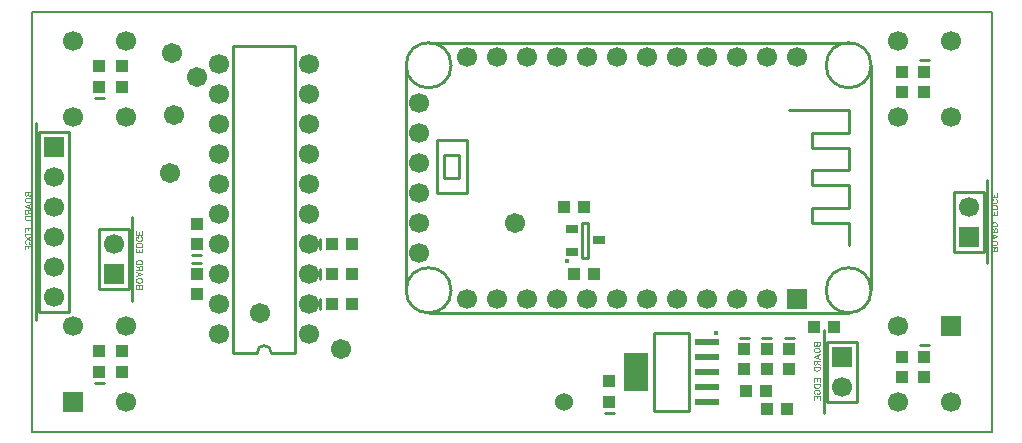
<source format=gbr>
G04 DipTrace 2.4.0.2*
%INBottomAssy.gbr*%
%MOIN*%
%ADD10C,0.0098*%
%ADD11C,0.006*%
%ADD12C,0.003*%
%ADD18R,0.0394X0.0433*%
%ADD19R,0.0433X0.0394*%
%ADD23R,0.0669X0.0669*%
%ADD24C,0.0669*%
%ADD25C,0.067*%
%ADD26C,0.0154*%
%ADD27R,0.0413X0.0256*%
%ADD28C,0.06*%
%ADD29R,0.0787X0.0236*%
%ADD30R,0.0787X0.126*%
%FSLAX44Y44*%
G04*
G70*
G90*
G75*
G01*
%LNBotAssy*%
%LPD*%
X29347Y7064D2*
D10*
X29033D1*
D18*
X29190Y6690D3*
Y6021D3*
X27847Y7064D2*
D10*
X27533D1*
D18*
X27690Y6690D3*
Y6021D3*
X28597Y7064D2*
D10*
X28283D1*
D18*
X28440Y6690D3*
Y6021D3*
X23033Y4566D2*
D10*
X23347D1*
D18*
X23190Y4940D3*
Y5609D3*
X6033Y5566D2*
D10*
X6347D1*
D18*
X6190Y5940D3*
Y6609D3*
X33847Y6814D2*
D10*
X33533D1*
D18*
X33690Y6440D3*
Y5771D3*
X33847Y16314D2*
D10*
X33533D1*
D18*
X33690Y15940D3*
Y15271D3*
X6033Y15066D2*
D10*
X6347D1*
D18*
X6190Y15440D3*
Y16109D3*
X13566Y8347D2*
D10*
Y8033D1*
D19*
X13940Y8190D3*
X14609D3*
X13566Y10347D2*
D10*
Y10033D1*
D19*
X13940Y10190D3*
X14609D3*
X9597Y9564D2*
D10*
X9283D1*
D18*
X9440Y9190D3*
Y8521D3*
X13566Y9347D2*
D10*
Y9033D1*
D19*
X13940Y9190D3*
X14609D3*
X9283Y9816D2*
D10*
X9597D1*
D18*
X9440Y10190D3*
Y10859D3*
X7190Y8690D2*
D10*
X6190D1*
Y10690D1*
X7190D1*
Y8690D1*
X7288Y8296D2*
Y11084D1*
D23*
X6690Y9190D3*
D24*
Y10190D3*
X30440Y6940D2*
D10*
X31440D1*
Y4940D1*
X30440D1*
Y6940D1*
X30342Y7334D2*
Y4546D1*
D23*
X30940Y6440D3*
D24*
Y5440D3*
X4190Y13940D2*
D10*
X5190D1*
Y7940D1*
X4190D1*
Y13940D1*
X4092Y14231D2*
Y7649D1*
D23*
X4690Y13440D3*
D24*
Y12440D3*
Y11440D3*
Y10440D3*
Y9440D3*
Y8440D3*
X35690Y9940D2*
D10*
X34690D1*
Y11940D1*
X35690D1*
Y9940D1*
X35788Y9546D2*
Y12334D1*
D23*
X35190Y10440D3*
D24*
Y11440D3*
X31170Y7900D2*
D10*
X17170D1*
X30420Y8650D2*
G02X30420Y8650I750J0D01*
G01*
Y16150D2*
G02X30420Y16150I750J0D01*
G01*
X16420Y8650D2*
G02X16420Y8650I750J0D01*
G01*
Y16150D2*
G02X16420Y16150I750J0D01*
G01*
Y8650D2*
Y16150D1*
X17170Y16900D2*
X31170D1*
X31920Y16150D2*
Y8650D1*
X31190Y10150D2*
Y10900D1*
X29941D1*
Y11400D1*
X31190D1*
Y12150D1*
X29941D1*
Y12650D1*
X31190D1*
Y13400D1*
X29941D1*
Y13900D1*
X31190D1*
Y14650D1*
X29190D1*
X18441Y11900D2*
X17440D1*
Y13650D1*
X18441D1*
Y11900D1*
X18190Y12400D2*
X17691D1*
Y13150D1*
X18190D1*
Y12400D1*
D23*
X29440Y8360D3*
D24*
X28440Y8355D3*
X27440D3*
X26440D3*
X25440D3*
X24440D3*
X23440D3*
X22440D3*
X21440D3*
X20440D3*
X19440D3*
X18440D3*
X16840Y9900D3*
Y10900D3*
Y11900D3*
Y12900D3*
Y13900D3*
Y14900D3*
X18440Y16440D3*
X19440D3*
X20440D3*
X21440D3*
X22440D3*
X23440D3*
X24440D3*
X25440D3*
X26440D3*
X27440D3*
X28440D3*
X29440D3*
D25*
X9440Y15753D3*
X8627Y16565D3*
X8690Y14503D3*
X20065Y10878D3*
X14252Y6690D3*
X11565Y7878D3*
X8565Y12565D3*
D26*
X21793Y9632D3*
X22294Y9724D2*
D10*
Y10905D1*
X22491D1*
Y9724D1*
X22294D1*
D27*
X21940Y9940D3*
Y10688D3*
X22846Y10314D3*
D19*
X27740Y5300D3*
X28409D3*
X30690Y7440D3*
X30021D3*
X28460Y4700D3*
X29129D3*
X21690Y11440D3*
X22359D3*
X22690Y9190D3*
X22021D3*
D18*
X32940Y6440D3*
Y5771D3*
X6940Y15440D3*
Y16109D3*
Y5940D3*
Y6609D3*
X32940Y15940D3*
Y15271D3*
D24*
X34576Y16970D3*
X32804D3*
Y14410D3*
X34576D3*
D23*
Y7470D3*
D24*
X32804D3*
Y4910D3*
X34576D3*
X5304Y14410D3*
X7076D3*
Y16970D3*
X5304D3*
D23*
Y4910D3*
D24*
X7076D3*
Y7470D3*
X5304D3*
D28*
X21690Y4940D3*
D26*
X26742Y7229D3*
X25849Y7239D2*
D10*
Y4641D1*
X24668Y7239D2*
Y4641D1*
X25849D2*
X24668D1*
X25849Y7239D2*
X24668D1*
D29*
X26440Y6940D3*
Y6440D3*
Y5940D3*
Y5440D3*
Y4940D3*
D30*
X24078Y5940D3*
X12714Y6572D2*
D10*
Y16808D1*
X10666D2*
X12714D1*
X10666Y6572D2*
Y16808D1*
Y6572D2*
X11454D1*
X12714D2*
X11926D1*
X11454D2*
G02X11926Y6572I236J-1D01*
G01*
D24*
X10190Y7190D3*
Y8190D3*
Y9190D3*
Y10190D3*
Y11190D3*
Y12190D3*
Y13190D3*
Y14190D3*
Y15190D3*
Y16190D3*
X13190Y7190D3*
Y8190D3*
Y9190D3*
Y10190D3*
Y11190D3*
Y12190D3*
Y13190D3*
Y14190D3*
Y15190D3*
Y16190D3*
X7622Y8705D2*
D12*
X7421D1*
Y8792D1*
X7431Y8820D1*
X7440Y8830D1*
X7459Y8839D1*
X7488D1*
X7507Y8830D1*
X7517Y8820D1*
X7526Y8792D1*
X7536Y8820D1*
X7546Y8830D1*
X7565Y8839D1*
X7584D1*
X7603Y8830D1*
X7613Y8820D1*
X7622Y8792D1*
Y8705D1*
X7526D2*
Y8792D1*
X7622Y8959D2*
X7613Y8939D1*
X7593Y8920D1*
X7574Y8911D1*
X7546Y8901D1*
X7498D1*
X7469Y8911D1*
X7450Y8920D1*
X7431Y8939D1*
X7421Y8959D1*
Y8997D1*
X7431Y9016D1*
X7450Y9035D1*
X7469Y9045D1*
X7498Y9054D1*
X7546D1*
X7574Y9045D1*
X7593Y9035D1*
X7613Y9016D1*
X7622Y8997D1*
Y8959D1*
X7421Y9269D2*
X7622Y9192D1*
X7421Y9116D1*
X7488Y9145D2*
Y9240D1*
X7526Y9331D2*
Y9417D1*
X7536Y9446D1*
X7546Y9455D1*
X7565Y9465D1*
X7584D1*
X7603Y9455D1*
X7613Y9446D1*
X7622Y9417D1*
Y9331D1*
X7421D1*
X7526Y9398D2*
X7421Y9465D1*
X7622Y9527D2*
X7421D1*
Y9593D1*
X7431Y9622D1*
X7450Y9641D1*
X7469Y9651D1*
X7498Y9660D1*
X7546D1*
X7574Y9651D1*
X7593Y9641D1*
X7613Y9622D1*
X7622Y9593D1*
Y9527D1*
Y10041D2*
Y9917D1*
X7421D1*
Y10041D1*
X7526Y9917D2*
Y9993D1*
X7622Y10103D2*
X7421D1*
Y10170D1*
X7431Y10198D1*
X7450Y10218D1*
X7469Y10227D1*
X7498Y10237D1*
X7546D1*
X7574Y10227D1*
X7593Y10218D1*
X7613Y10198D1*
X7622Y10170D1*
Y10103D1*
X7574Y10442D2*
X7593Y10432D1*
X7613Y10413D1*
X7622Y10394D1*
Y10356D1*
X7613Y10337D1*
X7593Y10318D1*
X7574Y10308D1*
X7546Y10298D1*
X7498D1*
X7469Y10308D1*
X7450Y10318D1*
X7431Y10337D1*
X7421Y10356D1*
Y10394D1*
X7431Y10413D1*
X7450Y10432D1*
X7469Y10442D1*
X7498D1*
Y10394D1*
X7622Y10628D2*
Y10504D1*
X7421D1*
Y10628D1*
X7526Y10504D2*
Y10580D1*
X30008Y6925D2*
X30209D1*
Y6838D1*
X30199Y6810D1*
X30190Y6800D1*
X30171Y6791D1*
X30142D1*
X30123Y6800D1*
X30113Y6810D1*
X30104Y6838D1*
X30094Y6810D1*
X30084Y6800D1*
X30065Y6791D1*
X30046D1*
X30027Y6800D1*
X30017Y6810D1*
X30008Y6838D1*
Y6925D1*
X30104D2*
Y6838D1*
X30008Y6671D2*
X30017Y6691D1*
X30037Y6710D1*
X30056Y6719D1*
X30084Y6729D1*
X30132D1*
X30161Y6719D1*
X30180Y6710D1*
X30199Y6691D1*
X30209Y6671D1*
Y6633D1*
X30199Y6614D1*
X30180Y6595D1*
X30161Y6585D1*
X30132Y6576D1*
X30084D1*
X30056Y6585D1*
X30037Y6595D1*
X30017Y6614D1*
X30008Y6633D1*
Y6671D1*
X30209Y6361D2*
X30008Y6438D1*
X30209Y6514D1*
X30142Y6485D2*
Y6390D1*
X30104Y6299D2*
Y6213D1*
X30094Y6184D1*
X30084Y6175D1*
X30065Y6165D1*
X30046D1*
X30027Y6175D1*
X30017Y6184D1*
X30008Y6213D1*
Y6299D1*
X30209D1*
X30104Y6232D2*
X30209Y6165D1*
X30008Y6103D2*
X30209D1*
Y6037D1*
X30199Y6008D1*
X30180Y5989D1*
X30161Y5979D1*
X30132Y5970D1*
X30084D1*
X30056Y5979D1*
X30037Y5989D1*
X30017Y6008D1*
X30008Y6037D1*
Y6103D1*
Y5589D2*
Y5713D1*
X30209D1*
Y5589D1*
X30104Y5713D2*
Y5637D1*
X30008Y5527D2*
X30209D1*
Y5460D1*
X30199Y5432D1*
X30180Y5412D1*
X30161Y5403D1*
X30132Y5393D1*
X30084D1*
X30056Y5403D1*
X30037Y5412D1*
X30017Y5432D1*
X30008Y5460D1*
Y5527D1*
X30056Y5188D2*
X30037Y5198D1*
X30017Y5217D1*
X30008Y5236D1*
Y5274D1*
X30017Y5293D1*
X30037Y5312D1*
X30056Y5322D1*
X30084Y5332D1*
X30132D1*
X30161Y5322D1*
X30180Y5312D1*
X30199Y5293D1*
X30209Y5274D1*
Y5236D1*
X30199Y5217D1*
X30180Y5198D1*
X30161Y5188D1*
X30132D1*
Y5236D1*
X30008Y5002D2*
Y5126D1*
X30209D1*
Y5002D1*
X30104Y5126D2*
Y5050D1*
X3709Y11935D2*
X3910D1*
Y11848D1*
X3900Y11820D1*
X3890Y11810D1*
X3871Y11801D1*
X3843D1*
X3823Y11810D1*
X3814Y11820D1*
X3804Y11848D1*
X3795Y11820D1*
X3785Y11810D1*
X3766Y11801D1*
X3747D1*
X3728Y11810D1*
X3718Y11820D1*
X3709Y11848D1*
Y11935D1*
X3804D2*
Y11848D1*
X3709Y11681D2*
X3718Y11701D1*
X3737Y11720D1*
X3756Y11729D1*
X3785Y11739D1*
X3833D1*
X3862Y11729D1*
X3881Y11720D1*
X3900Y11701D1*
X3910Y11681D1*
Y11643D1*
X3900Y11624D1*
X3881Y11605D1*
X3862Y11595D1*
X3833Y11586D1*
X3785D1*
X3756Y11595D1*
X3737Y11605D1*
X3718Y11624D1*
X3709Y11643D1*
Y11681D1*
X3910Y11371D2*
X3709Y11448D1*
X3910Y11524D1*
X3843Y11495D2*
Y11400D1*
X3804Y11309D2*
Y11223D1*
X3795Y11194D1*
X3785Y11185D1*
X3766Y11175D1*
X3747D1*
X3728Y11185D1*
X3718Y11194D1*
X3709Y11223D1*
Y11309D1*
X3910D1*
X3804Y11242D2*
X3910Y11175D1*
X3709Y11113D2*
X3910D1*
Y11047D1*
X3900Y11018D1*
X3881Y10999D1*
X3862Y10989D1*
X3833Y10980D1*
X3785D1*
X3756Y10989D1*
X3737Y10999D1*
X3718Y11018D1*
X3709Y11047D1*
Y11113D1*
Y10599D2*
Y10723D1*
X3910D1*
Y10599D1*
X3804Y10723D2*
Y10647D1*
X3709Y10537D2*
X3910D1*
Y10470D1*
X3900Y10442D1*
X3881Y10422D1*
X3862Y10413D1*
X3833Y10403D1*
X3785D1*
X3756Y10413D1*
X3737Y10422D1*
X3718Y10442D1*
X3709Y10470D1*
Y10537D1*
X3756Y10198D2*
X3737Y10208D1*
X3718Y10227D1*
X3709Y10246D1*
Y10284D1*
X3718Y10303D1*
X3737Y10322D1*
X3756Y10332D1*
X3785Y10342D1*
X3833D1*
X3862Y10332D1*
X3881Y10322D1*
X3900Y10303D1*
X3910Y10284D1*
Y10246D1*
X3900Y10227D1*
X3881Y10208D1*
X3862Y10198D1*
X3833D1*
Y10246D1*
X3709Y10012D2*
Y10136D1*
X3910D1*
Y10012D1*
X3804Y10136D2*
Y10060D1*
X36122Y9955D2*
X35921D1*
Y10042D1*
X35931Y10070D1*
X35940Y10080D1*
X35959Y10089D1*
X35988D1*
X36007Y10080D1*
X36017Y10070D1*
X36026Y10042D1*
X36036Y10070D1*
X36046Y10080D1*
X36065Y10089D1*
X36084D1*
X36103Y10080D1*
X36113Y10070D1*
X36122Y10042D1*
Y9955D1*
X36026D2*
Y10042D1*
X36122Y10209D2*
X36113Y10189D1*
X36093Y10170D1*
X36074Y10161D1*
X36046Y10151D1*
X35998D1*
X35969Y10161D1*
X35950Y10170D1*
X35931Y10189D1*
X35921Y10209D1*
Y10247D1*
X35931Y10266D1*
X35950Y10285D1*
X35969Y10295D1*
X35998Y10304D1*
X36046D1*
X36074Y10295D1*
X36093Y10285D1*
X36113Y10266D1*
X36122Y10247D1*
Y10209D1*
X35921Y10519D2*
X36122Y10442D1*
X35921Y10366D1*
X35988Y10395D2*
Y10490D1*
X36026Y10581D2*
Y10667D1*
X36036Y10696D1*
X36046Y10705D1*
X36065Y10715D1*
X36084D1*
X36103Y10705D1*
X36113Y10696D1*
X36122Y10667D1*
Y10581D1*
X35921D1*
X36026Y10648D2*
X35921Y10715D1*
X36122Y10777D2*
X35921D1*
Y10843D1*
X35931Y10872D1*
X35950Y10891D1*
X35969Y10901D1*
X35998Y10910D1*
X36046D1*
X36074Y10901D1*
X36093Y10891D1*
X36113Y10872D1*
X36122Y10843D1*
Y10777D1*
Y11291D2*
Y11167D1*
X35921D1*
Y11291D1*
X36026Y11167D2*
Y11243D1*
X36122Y11353D2*
X35921D1*
Y11420D1*
X35931Y11448D1*
X35950Y11468D1*
X35969Y11477D1*
X35998Y11487D1*
X36046D1*
X36074Y11477D1*
X36093Y11468D1*
X36113Y11448D1*
X36122Y11420D1*
Y11353D1*
X36074Y11692D2*
X36093Y11682D1*
X36113Y11663D1*
X36122Y11644D1*
Y11606D1*
X36113Y11587D1*
X36093Y11568D1*
X36074Y11558D1*
X36046Y11548D1*
X35998D1*
X35969Y11558D1*
X35950Y11568D1*
X35931Y11587D1*
X35921Y11606D1*
Y11644D1*
X35931Y11663D1*
X35950Y11682D1*
X35969Y11692D1*
X35998D1*
Y11644D1*
X36122Y11878D2*
Y11754D1*
X35921D1*
Y11878D1*
X36026Y11754D2*
Y11830D1*
X3940Y3940D2*
D11*
X35940D1*
Y17940D1*
X3940D1*
Y3940D1*
M02*

</source>
